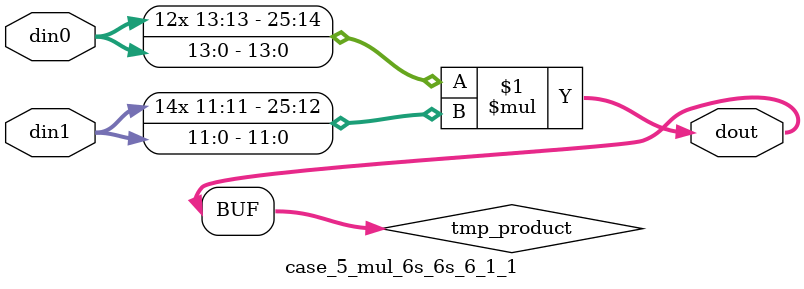
<source format=v>

`timescale 1 ns / 1 ps

 module case_5_mul_6s_6s_6_1_1(din0, din1, dout);
parameter ID = 1;
parameter NUM_STAGE = 0;
parameter din0_WIDTH = 14;
parameter din1_WIDTH = 12;
parameter dout_WIDTH = 26;

input [din0_WIDTH - 1 : 0] din0; 
input [din1_WIDTH - 1 : 0] din1; 
output [dout_WIDTH - 1 : 0] dout;

wire signed [dout_WIDTH - 1 : 0] tmp_product;



























assign tmp_product = $signed(din0) * $signed(din1);








assign dout = tmp_product;





















endmodule

</source>
